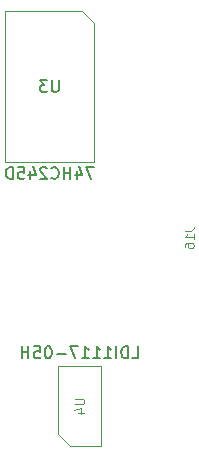
<source format=gbr>
G04 #@! TF.GenerationSoftware,KiCad,Pcbnew,7.0.1-0*
G04 #@! TF.CreationDate,2025-03-17T17:28:38+01:00*
G04 #@! TF.ProjectId,LED-Controller,4c45442d-436f-46e7-9472-6f6c6c65722e,rev?*
G04 #@! TF.SameCoordinates,Original*
G04 #@! TF.FileFunction,AssemblyDrawing,Bot*
%FSLAX46Y46*%
G04 Gerber Fmt 4.6, Leading zero omitted, Abs format (unit mm)*
G04 Created by KiCad (PCBNEW 7.0.1-0) date 2025-03-17 17:28:38*
%MOMM*%
%LPD*%
G01*
G04 APERTURE LIST*
%ADD10C,0.150000*%
%ADD11C,0.120000*%
%ADD12C,0.114000*%
%ADD13C,0.100000*%
G04 APERTURE END LIST*
D10*
G04 #@! TO.C,U4*
X162213771Y-121706619D02*
X162689961Y-121706619D01*
X162689961Y-121706619D02*
X162689961Y-120706619D01*
X161880437Y-121706619D02*
X161880437Y-120706619D01*
X161880437Y-120706619D02*
X161642342Y-120706619D01*
X161642342Y-120706619D02*
X161499485Y-120754238D01*
X161499485Y-120754238D02*
X161404247Y-120849476D01*
X161404247Y-120849476D02*
X161356628Y-120944714D01*
X161356628Y-120944714D02*
X161309009Y-121135190D01*
X161309009Y-121135190D02*
X161309009Y-121278047D01*
X161309009Y-121278047D02*
X161356628Y-121468523D01*
X161356628Y-121468523D02*
X161404247Y-121563761D01*
X161404247Y-121563761D02*
X161499485Y-121659000D01*
X161499485Y-121659000D02*
X161642342Y-121706619D01*
X161642342Y-121706619D02*
X161880437Y-121706619D01*
X160880437Y-121706619D02*
X160880437Y-120706619D01*
X159880438Y-121706619D02*
X160451866Y-121706619D01*
X160166152Y-121706619D02*
X160166152Y-120706619D01*
X160166152Y-120706619D02*
X160261390Y-120849476D01*
X160261390Y-120849476D02*
X160356628Y-120944714D01*
X160356628Y-120944714D02*
X160451866Y-120992333D01*
X158928057Y-121706619D02*
X159499485Y-121706619D01*
X159213771Y-121706619D02*
X159213771Y-120706619D01*
X159213771Y-120706619D02*
X159309009Y-120849476D01*
X159309009Y-120849476D02*
X159404247Y-120944714D01*
X159404247Y-120944714D02*
X159499485Y-120992333D01*
X157975676Y-121706619D02*
X158547104Y-121706619D01*
X158261390Y-121706619D02*
X158261390Y-120706619D01*
X158261390Y-120706619D02*
X158356628Y-120849476D01*
X158356628Y-120849476D02*
X158451866Y-120944714D01*
X158451866Y-120944714D02*
X158547104Y-120992333D01*
X157642342Y-120706619D02*
X156975676Y-120706619D01*
X156975676Y-120706619D02*
X157404247Y-121706619D01*
X156594723Y-121325666D02*
X155832819Y-121325666D01*
X155166152Y-120706619D02*
X155070914Y-120706619D01*
X155070914Y-120706619D02*
X154975676Y-120754238D01*
X154975676Y-120754238D02*
X154928057Y-120801857D01*
X154928057Y-120801857D02*
X154880438Y-120897095D01*
X154880438Y-120897095D02*
X154832819Y-121087571D01*
X154832819Y-121087571D02*
X154832819Y-121325666D01*
X154832819Y-121325666D02*
X154880438Y-121516142D01*
X154880438Y-121516142D02*
X154928057Y-121611380D01*
X154928057Y-121611380D02*
X154975676Y-121659000D01*
X154975676Y-121659000D02*
X155070914Y-121706619D01*
X155070914Y-121706619D02*
X155166152Y-121706619D01*
X155166152Y-121706619D02*
X155261390Y-121659000D01*
X155261390Y-121659000D02*
X155309009Y-121611380D01*
X155309009Y-121611380D02*
X155356628Y-121516142D01*
X155356628Y-121516142D02*
X155404247Y-121325666D01*
X155404247Y-121325666D02*
X155404247Y-121087571D01*
X155404247Y-121087571D02*
X155356628Y-120897095D01*
X155356628Y-120897095D02*
X155309009Y-120801857D01*
X155309009Y-120801857D02*
X155261390Y-120754238D01*
X155261390Y-120754238D02*
X155166152Y-120706619D01*
X153928057Y-120706619D02*
X154404247Y-120706619D01*
X154404247Y-120706619D02*
X154451866Y-121182809D01*
X154451866Y-121182809D02*
X154404247Y-121135190D01*
X154404247Y-121135190D02*
X154309009Y-121087571D01*
X154309009Y-121087571D02*
X154070914Y-121087571D01*
X154070914Y-121087571D02*
X153975676Y-121135190D01*
X153975676Y-121135190D02*
X153928057Y-121182809D01*
X153928057Y-121182809D02*
X153880438Y-121278047D01*
X153880438Y-121278047D02*
X153880438Y-121516142D01*
X153880438Y-121516142D02*
X153928057Y-121611380D01*
X153928057Y-121611380D02*
X153975676Y-121659000D01*
X153975676Y-121659000D02*
X154070914Y-121706619D01*
X154070914Y-121706619D02*
X154309009Y-121706619D01*
X154309009Y-121706619D02*
X154404247Y-121659000D01*
X154404247Y-121659000D02*
X154451866Y-121611380D01*
X153451866Y-121706619D02*
X153451866Y-120706619D01*
X153451866Y-121182809D02*
X152880438Y-121182809D01*
X152880438Y-121706619D02*
X152880438Y-120706619D01*
D11*
X157355295Y-125134476D02*
X158002914Y-125134476D01*
X158002914Y-125134476D02*
X158079104Y-125172571D01*
X158079104Y-125172571D02*
X158117200Y-125210666D01*
X158117200Y-125210666D02*
X158155295Y-125286857D01*
X158155295Y-125286857D02*
X158155295Y-125439238D01*
X158155295Y-125439238D02*
X158117200Y-125515428D01*
X158117200Y-125515428D02*
X158079104Y-125553523D01*
X158079104Y-125553523D02*
X158002914Y-125591619D01*
X158002914Y-125591619D02*
X157355295Y-125591619D01*
X157621961Y-126315428D02*
X158155295Y-126315428D01*
X157317200Y-126124952D02*
X157888628Y-125934475D01*
X157888628Y-125934475D02*
X157888628Y-126429714D01*
D12*
G04 #@! TO.C,J16*
X166672790Y-110890761D02*
X167215647Y-110890761D01*
X167215647Y-110890761D02*
X167324219Y-110854570D01*
X167324219Y-110854570D02*
X167396600Y-110782189D01*
X167396600Y-110782189D02*
X167432790Y-110673618D01*
X167432790Y-110673618D02*
X167432790Y-110601237D01*
X167432790Y-111650761D02*
X167432790Y-111216475D01*
X167432790Y-111433618D02*
X166672790Y-111433618D01*
X166672790Y-111433618D02*
X166781361Y-111361237D01*
X166781361Y-111361237D02*
X166853742Y-111288856D01*
X166853742Y-111288856D02*
X166889933Y-111216475D01*
X166672790Y-112302190D02*
X166672790Y-112157428D01*
X166672790Y-112157428D02*
X166708980Y-112085047D01*
X166708980Y-112085047D02*
X166745171Y-112048857D01*
X166745171Y-112048857D02*
X166853742Y-111976476D01*
X166853742Y-111976476D02*
X166998504Y-111940285D01*
X166998504Y-111940285D02*
X167288028Y-111940285D01*
X167288028Y-111940285D02*
X167360409Y-111976476D01*
X167360409Y-111976476D02*
X167396600Y-112012666D01*
X167396600Y-112012666D02*
X167432790Y-112085047D01*
X167432790Y-112085047D02*
X167432790Y-112229809D01*
X167432790Y-112229809D02*
X167396600Y-112302190D01*
X167396600Y-112302190D02*
X167360409Y-112338381D01*
X167360409Y-112338381D02*
X167288028Y-112374571D01*
X167288028Y-112374571D02*
X167107076Y-112374571D01*
X167107076Y-112374571D02*
X167034695Y-112338381D01*
X167034695Y-112338381D02*
X166998504Y-112302190D01*
X166998504Y-112302190D02*
X166962314Y-112229809D01*
X166962314Y-112229809D02*
X166962314Y-112085047D01*
X166962314Y-112085047D02*
X166998504Y-112012666D01*
X166998504Y-112012666D02*
X167034695Y-111976476D01*
X167034695Y-111976476D02*
X167107076Y-111940285D01*
D10*
G04 #@! TO.C,U3*
X159006704Y-105517019D02*
X158340038Y-105517019D01*
X158340038Y-105517019D02*
X158768609Y-106517019D01*
X157530514Y-105850352D02*
X157530514Y-106517019D01*
X157768609Y-105469400D02*
X158006704Y-106183685D01*
X158006704Y-106183685D02*
X157387657Y-106183685D01*
X157006704Y-106517019D02*
X157006704Y-105517019D01*
X157006704Y-105993209D02*
X156435276Y-105993209D01*
X156435276Y-106517019D02*
X156435276Y-105517019D01*
X155387657Y-106421780D02*
X155435276Y-106469400D01*
X155435276Y-106469400D02*
X155578133Y-106517019D01*
X155578133Y-106517019D02*
X155673371Y-106517019D01*
X155673371Y-106517019D02*
X155816228Y-106469400D01*
X155816228Y-106469400D02*
X155911466Y-106374161D01*
X155911466Y-106374161D02*
X155959085Y-106278923D01*
X155959085Y-106278923D02*
X156006704Y-106088447D01*
X156006704Y-106088447D02*
X156006704Y-105945590D01*
X156006704Y-105945590D02*
X155959085Y-105755114D01*
X155959085Y-105755114D02*
X155911466Y-105659876D01*
X155911466Y-105659876D02*
X155816228Y-105564638D01*
X155816228Y-105564638D02*
X155673371Y-105517019D01*
X155673371Y-105517019D02*
X155578133Y-105517019D01*
X155578133Y-105517019D02*
X155435276Y-105564638D01*
X155435276Y-105564638D02*
X155387657Y-105612257D01*
X155006704Y-105612257D02*
X154959085Y-105564638D01*
X154959085Y-105564638D02*
X154863847Y-105517019D01*
X154863847Y-105517019D02*
X154625752Y-105517019D01*
X154625752Y-105517019D02*
X154530514Y-105564638D01*
X154530514Y-105564638D02*
X154482895Y-105612257D01*
X154482895Y-105612257D02*
X154435276Y-105707495D01*
X154435276Y-105707495D02*
X154435276Y-105802733D01*
X154435276Y-105802733D02*
X154482895Y-105945590D01*
X154482895Y-105945590D02*
X155054323Y-106517019D01*
X155054323Y-106517019D02*
X154435276Y-106517019D01*
X153578133Y-105850352D02*
X153578133Y-106517019D01*
X153816228Y-105469400D02*
X154054323Y-106183685D01*
X154054323Y-106183685D02*
X153435276Y-106183685D01*
X152578133Y-105517019D02*
X153054323Y-105517019D01*
X153054323Y-105517019D02*
X153101942Y-105993209D01*
X153101942Y-105993209D02*
X153054323Y-105945590D01*
X153054323Y-105945590D02*
X152959085Y-105897971D01*
X152959085Y-105897971D02*
X152720990Y-105897971D01*
X152720990Y-105897971D02*
X152625752Y-105945590D01*
X152625752Y-105945590D02*
X152578133Y-105993209D01*
X152578133Y-105993209D02*
X152530514Y-106088447D01*
X152530514Y-106088447D02*
X152530514Y-106326542D01*
X152530514Y-106326542D02*
X152578133Y-106421780D01*
X152578133Y-106421780D02*
X152625752Y-106469400D01*
X152625752Y-106469400D02*
X152720990Y-106517019D01*
X152720990Y-106517019D02*
X152959085Y-106517019D01*
X152959085Y-106517019D02*
X153054323Y-106469400D01*
X153054323Y-106469400D02*
X153101942Y-106421780D01*
X152101942Y-106517019D02*
X152101942Y-105517019D01*
X152101942Y-105517019D02*
X151863847Y-105517019D01*
X151863847Y-105517019D02*
X151720990Y-105564638D01*
X151720990Y-105564638D02*
X151625752Y-105659876D01*
X151625752Y-105659876D02*
X151578133Y-105755114D01*
X151578133Y-105755114D02*
X151530514Y-105945590D01*
X151530514Y-105945590D02*
X151530514Y-106088447D01*
X151530514Y-106088447D02*
X151578133Y-106278923D01*
X151578133Y-106278923D02*
X151625752Y-106374161D01*
X151625752Y-106374161D02*
X151720990Y-106469400D01*
X151720990Y-106469400D02*
X151863847Y-106517019D01*
X151863847Y-106517019D02*
X152101942Y-106517019D01*
X156006704Y-98167019D02*
X156006704Y-98976542D01*
X156006704Y-98976542D02*
X155959085Y-99071780D01*
X155959085Y-99071780D02*
X155911466Y-99119400D01*
X155911466Y-99119400D02*
X155816228Y-99167019D01*
X155816228Y-99167019D02*
X155625752Y-99167019D01*
X155625752Y-99167019D02*
X155530514Y-99119400D01*
X155530514Y-99119400D02*
X155482895Y-99071780D01*
X155482895Y-99071780D02*
X155435276Y-98976542D01*
X155435276Y-98976542D02*
X155435276Y-98167019D01*
X155054323Y-98167019D02*
X154435276Y-98167019D01*
X154435276Y-98167019D02*
X154768609Y-98547971D01*
X154768609Y-98547971D02*
X154625752Y-98547971D01*
X154625752Y-98547971D02*
X154530514Y-98595590D01*
X154530514Y-98595590D02*
X154482895Y-98643209D01*
X154482895Y-98643209D02*
X154435276Y-98738447D01*
X154435276Y-98738447D02*
X154435276Y-98976542D01*
X154435276Y-98976542D02*
X154482895Y-99071780D01*
X154482895Y-99071780D02*
X154530514Y-99119400D01*
X154530514Y-99119400D02*
X154625752Y-99167019D01*
X154625752Y-99167019D02*
X154911466Y-99167019D01*
X154911466Y-99167019D02*
X155006704Y-99119400D01*
X155006704Y-99119400D02*
X155054323Y-99071780D01*
D13*
G04 #@! TO.C,U4*
X155935200Y-122394000D02*
X159635200Y-122394000D01*
X155935200Y-128094000D02*
X155935200Y-122394000D01*
X159635200Y-129094000D02*
X159635200Y-122394000D01*
X156935200Y-129094000D02*
X159635200Y-129094000D01*
X155935200Y-128094000D02*
X156935200Y-129094000D01*
G04 #@! TO.C,U3*
X151494800Y-105104400D02*
X158994800Y-105104400D01*
X151494800Y-92304400D02*
X151494800Y-105104400D01*
X157994800Y-92304400D02*
X151494800Y-92304400D01*
X158994800Y-105104400D02*
X158994800Y-93304400D01*
X158994800Y-93304400D02*
X157994800Y-92304400D01*
G04 #@! TD*
M02*

</source>
